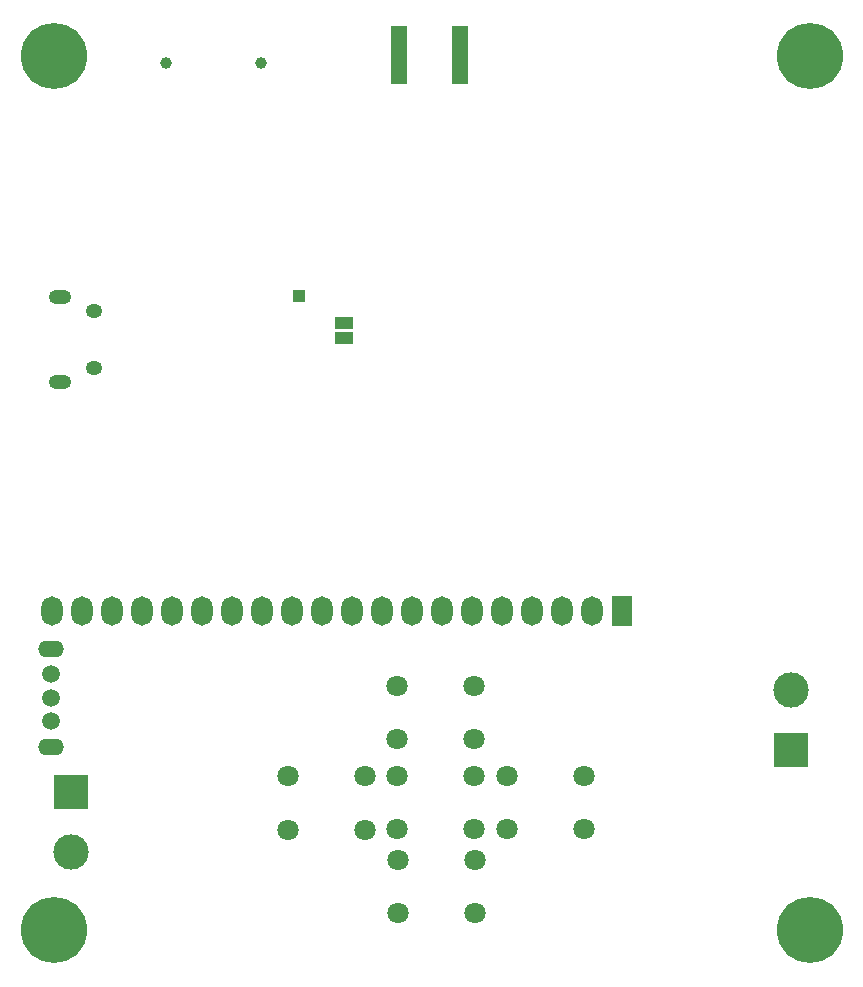
<source format=gbr>
%TF.GenerationSoftware,KiCad,Pcbnew,8.0.0*%
%TF.CreationDate,2024-03-26T22:18:36-07:00*%
%TF.ProjectId,recivier,72656369-7669-4657-922e-6b696361645f,rev?*%
%TF.SameCoordinates,Original*%
%TF.FileFunction,Soldermask,Bot*%
%TF.FilePolarity,Negative*%
%FSLAX46Y46*%
G04 Gerber Fmt 4.6, Leading zero omitted, Abs format (unit mm)*
G04 Created by KiCad (PCBNEW 8.0.0) date 2024-03-26 22:18:36*
%MOMM*%
%LPD*%
G01*
G04 APERTURE LIST*
%ADD10C,1.800000*%
%ADD11C,5.600000*%
%ADD12R,3.000000X3.000000*%
%ADD13C,3.000000*%
%ADD14C,1.000000*%
%ADD15R,1.800000X2.500000*%
%ADD16O,1.800000X2.500000*%
%ADD17R,1.400000X5.000000*%
%ADD18O,1.400000X1.200000*%
%ADD19O,1.900000X1.200000*%
%ADD20C,1.520000*%
%ADD21O,2.200000X1.400000*%
%ADD22R,1.500000X1.000000*%
%ADD23R,1.000000X1.000000*%
G04 APERTURE END LIST*
D10*
%TO.C,SW2*%
X22833000Y16037600D03*
X29333000Y16037600D03*
X22833000Y11537600D03*
X29333000Y11537600D03*
%TD*%
%TO.C,SW3*%
X32077400Y16073600D03*
X38577400Y16073600D03*
X32077400Y11573600D03*
X38577400Y11573600D03*
%TD*%
D11*
%TO.C,H1*%
X3000000Y77000000D03*
%TD*%
D12*
%TO.C,J5*%
X4491800Y14738000D03*
D13*
X4491800Y9658000D03*
%TD*%
D11*
%TO.C,H4*%
X67000000Y3000000D03*
%TD*%
D12*
%TO.C,J4*%
X65451800Y18243200D03*
D13*
X65451800Y23323200D03*
%TD*%
D14*
%TO.C,Card1*%
X20538600Y76452400D03*
X12538600Y76452400D03*
%TD*%
D15*
%TO.C,DS1*%
X51126200Y30054200D03*
D16*
X48586200Y30054200D03*
X46046200Y30054200D03*
X43506200Y30054200D03*
X40966200Y30054200D03*
X38426200Y30054200D03*
X35886200Y30054200D03*
X33346200Y30054200D03*
X30806200Y30054200D03*
X28266200Y30054200D03*
X25726200Y30054200D03*
X23186200Y30054200D03*
X20646200Y30054200D03*
X18106200Y30054200D03*
X15566200Y30054200D03*
X13026200Y30054200D03*
X10486200Y30054200D03*
X7946200Y30054200D03*
X5406200Y30054200D03*
X2866200Y30054200D03*
%TD*%
D10*
%TO.C,SW5*%
X32179000Y8961600D03*
X38679000Y8961600D03*
X32179000Y4461600D03*
X38679000Y4461600D03*
%TD*%
D11*
%TO.C,H2*%
X67000000Y77000000D03*
%TD*%
%TO.C,H3*%
X3000000Y3000000D03*
%TD*%
D10*
%TO.C,SW1*%
X32052000Y23719000D03*
X38552000Y23719000D03*
X32052000Y19219000D03*
X38552000Y19219000D03*
%TD*%
D17*
%TO.C,AE1*%
X32269400Y77145800D03*
X37369400Y77145800D03*
%TD*%
D18*
%TO.C,J1*%
X6404400Y50608200D03*
X6404400Y55448200D03*
D19*
X3504400Y56628200D03*
X3504400Y49428200D03*
%TD*%
D10*
%TO.C,SW4*%
X41372600Y16103200D03*
X47872600Y16103200D03*
X41372600Y11603200D03*
X47872600Y11603200D03*
%TD*%
D20*
%TO.C,SW6*%
X2815400Y24698000D03*
X2815400Y22698000D03*
X2815400Y20698000D03*
D21*
X2815400Y18548000D03*
X2815400Y26848000D03*
%TD*%
D22*
%TO.C,J2*%
X27580400Y53127800D03*
X27580400Y54427800D03*
%TD*%
D23*
%TO.C,TP1*%
X23795800Y56673400D03*
%TD*%
M02*

</source>
